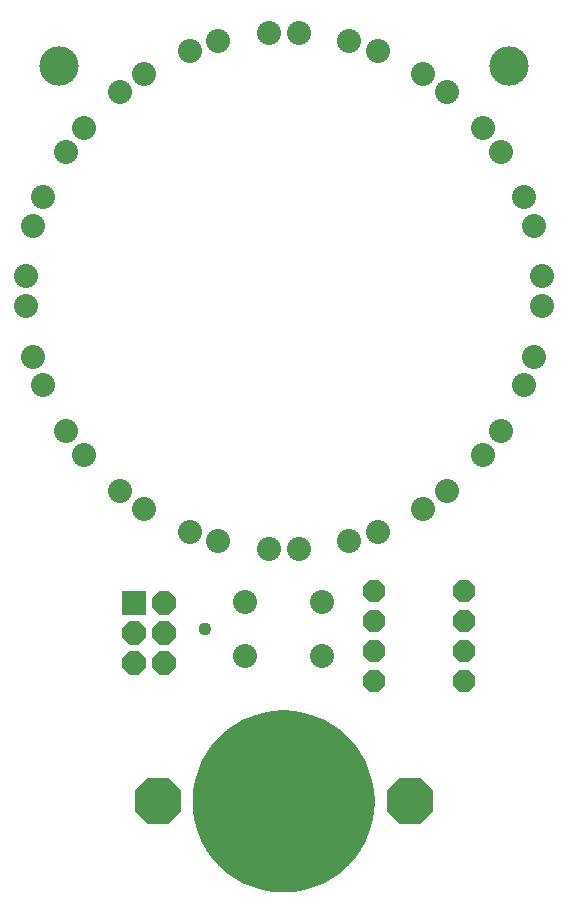
<source format=gbs>
G75*
%MOIN*%
%OFA0B0*%
%FSLAX25Y25*%
%IPPOS*%
%LPD*%
%AMOC8*
5,1,8,0,0,1.08239X$1,22.5*
%
%ADD10C,0.13100*%
%ADD11C,0.08000*%
%ADD12R,0.08000X0.08000*%
%ADD13OC8,0.08000*%
%ADD14OC8,0.07400*%
%ADD15OC8,0.15600*%
%ADD16C,0.40600*%
%ADD17C,0.00500*%
%ADD18C,0.04362*%
D10*
X0026000Y0284250D03*
X0176000Y0284250D03*
D11*
X0167637Y0263845D03*
X0173514Y0255754D03*
X0181246Y0240581D03*
X0184336Y0231070D03*
X0187000Y0214250D03*
X0187000Y0204250D03*
X0184336Y0187430D03*
X0181246Y0177919D03*
X0173514Y0162746D03*
X0167637Y0154655D03*
X0155595Y0142613D03*
X0147504Y0136736D03*
X0132331Y0129004D03*
X0122820Y0125914D03*
X0113800Y0105650D03*
X0106000Y0123250D03*
X0096000Y0123250D03*
X0088200Y0105650D03*
X0088200Y0087850D03*
X0079180Y0125914D03*
X0069669Y0129004D03*
X0054496Y0136736D03*
X0046405Y0142613D03*
X0034363Y0154655D03*
X0028486Y0162746D03*
X0020754Y0177919D03*
X0017664Y0187430D03*
X0015000Y0204250D03*
X0015000Y0214250D03*
X0017664Y0231070D03*
X0020754Y0240581D03*
X0028486Y0255754D03*
X0034363Y0263845D03*
X0046405Y0275887D03*
X0054496Y0281764D03*
X0069669Y0289496D03*
X0079180Y0292586D03*
X0096000Y0295250D03*
X0106000Y0295250D03*
X0122820Y0292586D03*
X0132331Y0289496D03*
X0147504Y0281764D03*
X0155595Y0275887D03*
X0113800Y0087850D03*
D12*
X0051000Y0105500D03*
D13*
X0051000Y0085500D03*
X0051000Y0095500D03*
X0061000Y0095500D03*
X0061000Y0085500D03*
X0061000Y0105500D03*
D14*
X0131000Y0109250D03*
X0131000Y0099250D03*
X0131000Y0089250D03*
X0131000Y0079250D03*
X0161000Y0079250D03*
X0161000Y0089250D03*
X0161000Y0099250D03*
X0161000Y0109250D03*
D15*
X0143000Y0039250D03*
X0059000Y0039250D03*
D16*
X0101000Y0039250D03*
D17*
X0083791Y0014734D02*
X0118209Y0014734D01*
X0118911Y0015232D02*
X0083089Y0015232D01*
X0082386Y0015731D02*
X0119614Y0015731D01*
X0119705Y0015795D02*
X0116961Y0013848D01*
X0114017Y0012221D01*
X0110908Y0010934D01*
X0107676Y0010002D01*
X0104359Y0009439D01*
X0101000Y0009250D01*
X0097641Y0009439D01*
X0094324Y0010002D01*
X0091092Y0010934D01*
X0087983Y0012221D01*
X0085039Y0013848D01*
X0082295Y0015795D01*
X0079787Y0018037D01*
X0077545Y0020545D01*
X0075598Y0023289D01*
X0073971Y0026233D01*
X0072684Y0029342D01*
X0071752Y0032574D01*
X0071189Y0035891D01*
X0071000Y0039250D01*
X0071189Y0042609D01*
X0071752Y0045926D01*
X0072684Y0049158D01*
X0073971Y0052267D01*
X0075598Y0055211D01*
X0077545Y0057955D01*
X0079787Y0060463D01*
X0082295Y0062705D01*
X0085039Y0064652D01*
X0087983Y0066279D01*
X0091092Y0067566D01*
X0094324Y0068498D01*
X0097641Y0069061D01*
X0101000Y0069250D01*
X0104359Y0069061D01*
X0107676Y0068498D01*
X0110908Y0067566D01*
X0114017Y0066279D01*
X0116961Y0064652D01*
X0119705Y0062705D01*
X0122213Y0060463D01*
X0124455Y0057955D01*
X0126402Y0055211D01*
X0128029Y0052267D01*
X0129316Y0049158D01*
X0130248Y0045926D01*
X0130811Y0042609D01*
X0131000Y0039250D01*
X0130811Y0035891D01*
X0130248Y0032574D01*
X0129316Y0029342D01*
X0128029Y0026233D01*
X0126402Y0023289D01*
X0124455Y0020545D01*
X0122213Y0018037D01*
X0119705Y0015795D01*
X0120190Y0016229D02*
X0081810Y0016229D01*
X0081252Y0016728D02*
X0120748Y0016728D01*
X0121306Y0017226D02*
X0080694Y0017226D01*
X0080136Y0017725D02*
X0121864Y0017725D01*
X0122380Y0018223D02*
X0079620Y0018223D01*
X0079175Y0018722D02*
X0122825Y0018722D01*
X0123271Y0019220D02*
X0078729Y0019220D01*
X0078284Y0019719D02*
X0123716Y0019719D01*
X0124162Y0020217D02*
X0077838Y0020217D01*
X0077424Y0020716D02*
X0124576Y0020716D01*
X0124930Y0021214D02*
X0077070Y0021214D01*
X0076717Y0021713D02*
X0125283Y0021713D01*
X0125637Y0022211D02*
X0076363Y0022211D01*
X0076009Y0022710D02*
X0125991Y0022710D01*
X0126344Y0023208D02*
X0075656Y0023208D01*
X0075367Y0023707D02*
X0126633Y0023707D01*
X0126908Y0024205D02*
X0075092Y0024205D01*
X0074816Y0024704D02*
X0127184Y0024704D01*
X0127459Y0025202D02*
X0074541Y0025202D01*
X0074265Y0025701D02*
X0127735Y0025701D01*
X0128010Y0026199D02*
X0073990Y0026199D01*
X0073779Y0026698D02*
X0128221Y0026698D01*
X0128428Y0027196D02*
X0073572Y0027196D01*
X0073366Y0027695D02*
X0128634Y0027695D01*
X0128841Y0028193D02*
X0073159Y0028193D01*
X0072953Y0028692D02*
X0129047Y0028692D01*
X0129254Y0029190D02*
X0072746Y0029190D01*
X0072583Y0029689D02*
X0129417Y0029689D01*
X0129560Y0030187D02*
X0072440Y0030187D01*
X0072296Y0030686D02*
X0129704Y0030686D01*
X0129847Y0031184D02*
X0072153Y0031184D01*
X0072009Y0031683D02*
X0129991Y0031683D01*
X0130135Y0032182D02*
X0071865Y0032182D01*
X0071734Y0032680D02*
X0130266Y0032680D01*
X0130350Y0033179D02*
X0071650Y0033179D01*
X0071565Y0033677D02*
X0130435Y0033677D01*
X0130520Y0034176D02*
X0071480Y0034176D01*
X0071395Y0034674D02*
X0130605Y0034674D01*
X0130689Y0035173D02*
X0071311Y0035173D01*
X0071226Y0035671D02*
X0130774Y0035671D01*
X0130827Y0036170D02*
X0071173Y0036170D01*
X0071145Y0036668D02*
X0130855Y0036668D01*
X0130883Y0037167D02*
X0071117Y0037167D01*
X0071089Y0037665D02*
X0130911Y0037665D01*
X0130939Y0038164D02*
X0071061Y0038164D01*
X0071033Y0038662D02*
X0130967Y0038662D01*
X0130995Y0039161D02*
X0071005Y0039161D01*
X0071023Y0039659D02*
X0130977Y0039659D01*
X0130949Y0040158D02*
X0071051Y0040158D01*
X0071079Y0040656D02*
X0130921Y0040656D01*
X0130893Y0041155D02*
X0071107Y0041155D01*
X0071135Y0041653D02*
X0130865Y0041653D01*
X0130837Y0042152D02*
X0071163Y0042152D01*
X0071196Y0042650D02*
X0130804Y0042650D01*
X0130720Y0043149D02*
X0071280Y0043149D01*
X0071365Y0043647D02*
X0130635Y0043647D01*
X0130550Y0044146D02*
X0071450Y0044146D01*
X0071534Y0044644D02*
X0130466Y0044644D01*
X0130381Y0045143D02*
X0071619Y0045143D01*
X0071704Y0045641D02*
X0130296Y0045641D01*
X0130186Y0046140D02*
X0071814Y0046140D01*
X0071957Y0046638D02*
X0130042Y0046638D01*
X0129899Y0047137D02*
X0072101Y0047137D01*
X0072245Y0047635D02*
X0129755Y0047635D01*
X0129612Y0048134D02*
X0072388Y0048134D01*
X0072532Y0048632D02*
X0129468Y0048632D01*
X0129324Y0049131D02*
X0072676Y0049131D01*
X0072879Y0049629D02*
X0129121Y0049629D01*
X0128915Y0050128D02*
X0073085Y0050128D01*
X0073292Y0050626D02*
X0128708Y0050626D01*
X0128502Y0051125D02*
X0073498Y0051125D01*
X0073705Y0051623D02*
X0128295Y0051623D01*
X0128089Y0052122D02*
X0073911Y0052122D01*
X0074167Y0052620D02*
X0127833Y0052620D01*
X0127558Y0053119D02*
X0074442Y0053119D01*
X0074718Y0053618D02*
X0127282Y0053618D01*
X0127007Y0054116D02*
X0074993Y0054116D01*
X0075269Y0054615D02*
X0126731Y0054615D01*
X0126456Y0055113D02*
X0075544Y0055113D01*
X0075883Y0055612D02*
X0126117Y0055612D01*
X0125764Y0056110D02*
X0076236Y0056110D01*
X0076590Y0056609D02*
X0125410Y0056609D01*
X0125056Y0057107D02*
X0076944Y0057107D01*
X0077297Y0057606D02*
X0124703Y0057606D01*
X0124321Y0058104D02*
X0077679Y0058104D01*
X0078124Y0058603D02*
X0123876Y0058603D01*
X0123430Y0059101D02*
X0078570Y0059101D01*
X0079015Y0059600D02*
X0122985Y0059600D01*
X0122539Y0060098D02*
X0079461Y0060098D01*
X0079936Y0060597D02*
X0122064Y0060597D01*
X0121506Y0061095D02*
X0080494Y0061095D01*
X0081052Y0061594D02*
X0120948Y0061594D01*
X0120390Y0062092D02*
X0081610Y0062092D01*
X0082167Y0062591D02*
X0119833Y0062591D01*
X0119163Y0063089D02*
X0082837Y0063089D01*
X0083539Y0063588D02*
X0118461Y0063588D01*
X0117758Y0064086D02*
X0084242Y0064086D01*
X0084945Y0064585D02*
X0117055Y0064585D01*
X0116180Y0065083D02*
X0085820Y0065083D01*
X0086722Y0065582D02*
X0115278Y0065582D01*
X0114376Y0066080D02*
X0087624Y0066080D01*
X0088707Y0066579D02*
X0113293Y0066579D01*
X0112089Y0067077D02*
X0089911Y0067077D01*
X0091124Y0067576D02*
X0110876Y0067576D01*
X0109146Y0068074D02*
X0092854Y0068074D01*
X0094766Y0068573D02*
X0107234Y0068573D01*
X0104181Y0069071D02*
X0097819Y0069071D01*
X0084494Y0014235D02*
X0117506Y0014235D01*
X0116759Y0013737D02*
X0085241Y0013737D01*
X0086143Y0013238D02*
X0115857Y0013238D01*
X0114955Y0012740D02*
X0087045Y0012740D01*
X0087947Y0012241D02*
X0114053Y0012241D01*
X0112862Y0011743D02*
X0089138Y0011743D01*
X0090342Y0011244D02*
X0111658Y0011244D01*
X0110256Y0010746D02*
X0091744Y0010746D01*
X0093474Y0010247D02*
X0108526Y0010247D01*
X0106183Y0009749D02*
X0095817Y0009749D01*
D18*
X0074750Y0096750D03*
M02*

</source>
